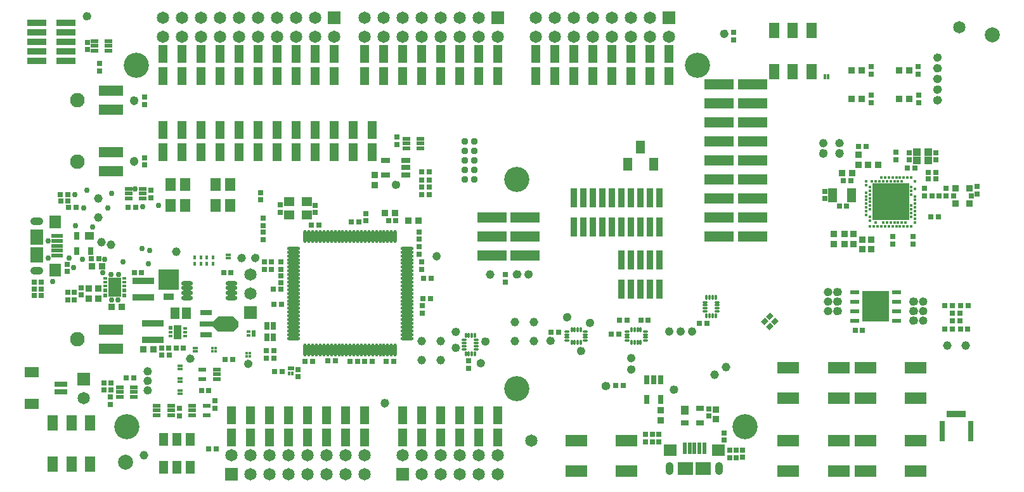
<source format=gts>
G04 Layer_Color=8388736*
%FSLAX24Y24*%
%MOIN*%
G70*
G01*
G75*
%ADD119C,0.0240*%
%ADD153C,0.0148*%
%ADD154R,0.1949X0.1949*%
%ADD155R,0.0217X0.0592*%
%ADD156R,0.0808X0.0670*%
%ADD157R,0.0690X0.0611*%
%ADD158R,0.0532X0.0690*%
%ADD159R,0.0296X0.0277*%
%ADD160C,0.0139*%
G04:AMPARAMS|DCode=161|XSize=27.7mil|YSize=29.6mil|CornerRadius=0mil|HoleSize=0mil|Usage=FLASHONLY|Rotation=315.000|XOffset=0mil|YOffset=0mil|HoleType=Round|Shape=Rectangle|*
%AMROTATEDRECTD161*
4,1,4,-0.0203,-0.0007,0.0007,0.0203,0.0203,0.0007,-0.0007,-0.0203,-0.0203,-0.0007,0.0*
%
%ADD161ROTATEDRECTD161*%

%ADD162R,0.0375X0.0355*%
%ADD163R,0.0257X0.0296*%
%ADD164C,0.0454*%
%ADD165R,0.0158X0.0202*%
%ADD166R,0.0611X0.0296*%
%ADD167R,0.0729X0.0296*%
%ADD168R,0.0414X0.0769*%
%ADD169R,0.0237X0.0158*%
%ADD170R,0.0237X0.0198*%
%ADD171R,0.0277X0.0296*%
%ADD172R,0.0414X0.0198*%
%ADD173R,0.0493X0.0611*%
%ADD174R,0.0355X0.0375*%
%ADD175R,0.0296X0.0257*%
%ADD176R,0.0375X0.0355*%
%ADD177R,0.0288X0.0257*%
%ADD178R,0.0316X0.0257*%
%ADD179R,0.0434X0.0395*%
%ADD180R,0.0217X0.0336*%
%ADD181R,0.0217X0.0158*%
%ADD182C,0.0370*%
%ADD183C,0.0787*%
%ADD184R,0.0592X0.0217*%
%ADD185R,0.0611X0.0690*%
%ADD186R,0.0670X0.0808*%
%ADD187O,0.0710X0.0178*%
%ADD188O,0.0178X0.0710*%
%ADD189R,0.0462X0.0922*%
%ADD190R,0.0532X0.0847*%
%ADD191R,0.1005X0.0359*%
%ADD192R,0.0359X0.1005*%
%ADD193R,0.0395X0.0296*%
%ADD194R,0.0395X0.0454*%
%ADD195R,0.0257X0.0316*%
%ADD196R,0.0198X0.0375*%
%ADD197R,0.0296X0.1084*%
%ADD198R,0.1143X0.0611*%
%ADD199R,0.0513X0.0237*%
%ADD200R,0.1399X0.1635*%
%ADD201O,0.0305X0.0136*%
%ADD202O,0.0136X0.0305*%
%ADD203C,0.0146*%
%ADD204R,0.1060X0.1111*%
%ADD205R,0.0560X0.0360*%
%ADD206R,0.0454X0.0690*%
%ADD207R,0.1560X0.0560*%
%ADD208R,0.1312X0.0560*%
%ADD209R,0.0532X0.0493*%
%ADD210R,0.0316X0.0395*%
%ADD211R,0.1123X0.0375*%
%ADD212R,0.0454X0.0296*%
%ADD213O,0.0611X0.0237*%
%ADD214R,0.0296X0.0395*%
%ADD215R,0.0454X0.0395*%
%ADD216R,0.0670X0.0296*%
%ADD217R,0.0769X0.0532*%
%ADD218R,0.0454X0.0769*%
%ADD219R,0.0360X0.0380*%
%ADD220R,0.0296X0.0454*%
%ADD221R,0.0336X0.0217*%
%ADD222R,0.0158X0.0217*%
%ADD223R,0.0232X0.0242*%
%ADD224R,0.0232X0.0154*%
%ADD225R,0.0690X0.1044*%
%ADD226O,0.0414X0.0690*%
%ADD227C,0.1320*%
%ADD228R,0.0651X0.0651*%
%ADD229C,0.0651*%
%ADD230O,0.0690X0.0414*%
%ADD231R,0.0651X0.0651*%
%ADD232C,0.0761*%
%ADD233C,0.0300*%
G36*
X11083Y8804D02*
X11088Y8803D01*
X11092Y8801D01*
X11096Y8798D01*
X11100Y8795D01*
X11356Y8539D01*
X11359Y8536D01*
X11361Y8532D01*
X11363Y8527D01*
X11364Y8523D01*
X11364Y8518D01*
Y8282D01*
X11364Y8277D01*
X11363Y8273D01*
X11361Y8268D01*
X11359Y8264D01*
X11356Y8261D01*
X11100Y8005D01*
X11096Y8002D01*
X11092Y7999D01*
X11088Y7997D01*
X11083Y7996D01*
X11078Y7996D01*
X10291D01*
X10286Y7996D01*
X10282Y7997D01*
X10277Y7999D01*
X10273Y8002D01*
X10270Y8005D01*
X10014Y8261D01*
X10011Y8264D01*
X10008Y8268D01*
X10006Y8273D01*
X10005Y8277D01*
X10005Y8282D01*
Y8518D01*
X10005Y8523D01*
X10006Y8527D01*
X10008Y8532D01*
X10011Y8536D01*
X10014Y8539D01*
X10270Y8795D01*
X10273Y8798D01*
X10277Y8801D01*
X10282Y8803D01*
X10286Y8804D01*
X10291Y8804D01*
X11078D01*
X11083Y8804D01*
D02*
G37*
D119*
X19741Y15710D02*
G03*
X19741Y15710I-110J0D01*
G01*
X26121Y11000D02*
G03*
X26121Y11000I-110J0D01*
G01*
X26099D02*
G03*
X26099Y11000I-110J0D01*
G01*
X43060Y17899D02*
G03*
X43060Y17899I-110J0D01*
G01*
X42210Y17899D02*
G03*
X42210Y17899I-110J0D01*
G01*
X43060Y17371D02*
G03*
X43060Y17371I-110J0D01*
G01*
Y17349D02*
G03*
X43060Y17349I-110J0D01*
G01*
X42210Y17371D02*
G03*
X42210Y17371I-110J0D01*
G01*
X42210Y17349D02*
G03*
X42210Y17349I-110J0D01*
G01*
X19160Y4241D02*
G03*
X19160Y4241I-110J0D01*
G01*
Y4219D02*
G03*
X19160Y4219I-110J0D01*
G01*
X37000Y23649D02*
G03*
X37000Y23649I-110J0D01*
G01*
X48224Y21837D02*
G03*
X48224Y21837I-110J0D01*
G01*
X48202D02*
G03*
X48202Y21837I-110J0D01*
G01*
X48224Y21277D02*
G03*
X48224Y21277I-110J0D01*
G01*
X48202D02*
G03*
X48202Y21277I-110J0D01*
G01*
X48224Y20717D02*
G03*
X48224Y20717I-110J0D01*
G01*
X48202D02*
G03*
X48202Y20717I-110J0D01*
G01*
X48224Y20157D02*
G03*
X48224Y20157I-110J0D01*
G01*
X48202D02*
G03*
X48202Y20157I-110J0D01*
G01*
X29471Y6970D02*
G03*
X29471Y6970I-110J0D01*
G01*
X28740Y8749D02*
G03*
X28740Y8749I-110J0D01*
G01*
X27870Y7509D02*
G03*
X27870Y7509I-110J0D01*
G01*
X24201Y6330D02*
G03*
X24201Y6330I-110J0D01*
G01*
X22890Y7979D02*
G03*
X22890Y7979I-110J0D01*
G01*
Y7139D02*
G03*
X22890Y7139I-110J0D01*
G01*
X11979Y6296D02*
G03*
X11979Y6296I-110J0D01*
G01*
X6692Y5900D02*
G03*
X6692Y5900I-110J0D01*
G01*
X26711Y11000D02*
G03*
X26711Y11000I-110J0D01*
G01*
X6691Y5400D02*
G03*
X6691Y5400I-110J0D01*
G01*
X6692Y4900D02*
G03*
X6692Y4900I-110J0D01*
G01*
X34110Y7999D02*
G03*
X34110Y7999I-110J0D01*
G01*
X34710D02*
G03*
X34710Y7999I-110J0D01*
G01*
X35310D02*
G03*
X35310Y7999I-110J0D01*
G01*
X32111Y6000D02*
G03*
X32111Y6000I-110J0D01*
G01*
X3501Y24570D02*
G03*
X3501Y24570I-110J0D01*
G01*
X5980Y16928D02*
G03*
X5980Y16928I-110J0D01*
G01*
Y16950D02*
G03*
X5980Y16950I-110J0D01*
G01*
X21881Y11951D02*
G03*
X21881Y11951I-110J0D01*
G01*
X24450Y7471D02*
G03*
X24450Y7471I-110J0D01*
G01*
X5980Y20141D02*
G03*
X5980Y20141I-110J0D01*
G01*
Y20119D02*
G03*
X5980Y20119I-110J0D01*
G01*
X34360Y4941D02*
G03*
X34360Y4941I-110J0D01*
G01*
X12350Y11861D02*
G03*
X12350Y11861I-110J0D01*
G01*
X11630D02*
G03*
X11630Y11861I-110J0D01*
G01*
X32109Y6600D02*
G03*
X32109Y6600I-110J0D01*
G01*
X29939Y8450D02*
G03*
X29939Y8450I-110J0D01*
G01*
X48212Y22397D02*
G03*
X48212Y22397I-110J0D01*
G01*
X30791Y5130D02*
G03*
X30791Y5130I-110J0D01*
G01*
X30769Y5130D02*
G03*
X30769Y5130I-110J0D01*
G01*
X8929Y6567D02*
G03*
X8929Y6567I-110J0D01*
G01*
X47459Y8570D02*
G03*
X47459Y8570I-110J0D01*
G01*
Y9070D02*
G03*
X47459Y9070I-110J0D01*
G01*
Y9570D02*
G03*
X47459Y9570I-110J0D01*
G01*
X46971D02*
G03*
X46971Y9570I-110J0D01*
G01*
X46949Y9570D02*
G03*
X46949Y9570I-110J0D01*
G01*
X46971Y9070D02*
G03*
X46971Y9070I-110J0D01*
G01*
X46949D02*
G03*
X46949Y9070I-110J0D01*
G01*
X46971Y8570D02*
G03*
X46971Y8570I-110J0D01*
G01*
X46949D02*
G03*
X46949Y8570I-110J0D01*
G01*
X42461Y10070D02*
G03*
X42461Y10070I-110J0D01*
G01*
Y9570D02*
G03*
X42461Y9570I-110J0D01*
G01*
Y9070D02*
G03*
X42461Y9070I-110J0D01*
G01*
X42949Y10070D02*
G03*
X42949Y10070I-110J0D01*
G01*
X42971D02*
G03*
X42971Y10070I-110J0D01*
G01*
X42949Y9570D02*
G03*
X42949Y9570I-110J0D01*
G01*
X42971D02*
G03*
X42971Y9570I-110J0D01*
G01*
Y9070D02*
G03*
X42971Y9070I-110J0D01*
G01*
X42949Y9070D02*
G03*
X42949Y9070I-110J0D01*
G01*
D153*
X46526Y16090D02*
D03*
X45148D02*
D03*
X45345D02*
D03*
X45542D02*
D03*
X45738D02*
D03*
X45935D02*
D03*
X46132D02*
D03*
X46329D02*
D03*
X46723D02*
D03*
X44360Y15893D02*
D03*
X44656D02*
D03*
X44853D02*
D03*
X45049D02*
D03*
X45246D02*
D03*
X45443D02*
D03*
X45640D02*
D03*
X45837D02*
D03*
X46034D02*
D03*
X46231D02*
D03*
X46920D02*
D03*
X46723Y15597D02*
D03*
X44360Y15696D02*
D03*
X44557Y15597D02*
D03*
X46920Y15499D02*
D03*
X44557Y15401D02*
D03*
X46723D02*
D03*
X44360Y15302D02*
D03*
X44557Y15204D02*
D03*
X46723D02*
D03*
X44360Y15105D02*
D03*
X46920D02*
D03*
X44557Y15007D02*
D03*
X44360Y14908D02*
D03*
X46920D02*
D03*
X44557Y14810D02*
D03*
X44360Y14712D02*
D03*
X46920D02*
D03*
X44557Y14613D02*
D03*
X46723D02*
D03*
X44360Y14515D02*
D03*
X46920D02*
D03*
X44557Y14416D02*
D03*
X46723D02*
D03*
X44360Y14318D02*
D03*
X46920D02*
D03*
X46723Y14219D02*
D03*
X44360Y14121D02*
D03*
X46920D02*
D03*
X44557Y14023D02*
D03*
X46723D02*
D03*
X46920Y13924D02*
D03*
X44557Y13826D02*
D03*
X44853Y13727D02*
D03*
X45246D02*
D03*
X45443D02*
D03*
X45640D02*
D03*
X45837D02*
D03*
X46034D02*
D03*
X46231D02*
D03*
X46427D02*
D03*
X46920D02*
D03*
X44557Y13530D02*
D03*
X44754D02*
D03*
X44951D02*
D03*
X45148D02*
D03*
X45345D02*
D03*
X45542D02*
D03*
X45738D02*
D03*
X45935D02*
D03*
X46132D02*
D03*
X46329D02*
D03*
X46526D02*
D03*
X46723D02*
D03*
D154*
X45640Y14810D02*
D03*
D155*
X35326Y1854D02*
D03*
X35071D02*
D03*
X34815D02*
D03*
X35582D02*
D03*
X35838D02*
D03*
D156*
X34854Y800D02*
D03*
X35799D02*
D03*
D157*
X36586Y1765D02*
D03*
X34067D02*
D03*
D158*
X10925Y15711D02*
D03*
X10137D02*
D03*
X8563D02*
D03*
X10925Y14609D02*
D03*
X10137D02*
D03*
X7775D02*
D03*
X8563D02*
D03*
X7775Y15711D02*
D03*
D159*
X31787Y8580D02*
D03*
X31393D02*
D03*
X8073Y7120D02*
D03*
X8467Y7120D02*
D03*
X7697Y7120D02*
D03*
X7303D02*
D03*
X21377Y15600D02*
D03*
X20983D02*
D03*
X17627Y6440D02*
D03*
X17233D02*
D03*
X49705Y9370D02*
D03*
X49312D02*
D03*
X21483Y10800D02*
D03*
X21089D02*
D03*
X21377Y16390D02*
D03*
X20983D02*
D03*
X32503Y8580D02*
D03*
X32897D02*
D03*
X9783Y1820D02*
D03*
X10177D02*
D03*
X31587Y5150D02*
D03*
X31193Y5150D02*
D03*
X48885Y9370D02*
D03*
X48492D02*
D03*
X5563Y14540D02*
D03*
X5957D02*
D03*
X10653Y6540D02*
D03*
X11047Y6540D02*
D03*
X5453Y5570D02*
D03*
X5847D02*
D03*
X18387Y6440D02*
D03*
X17993D02*
D03*
X21377Y15960D02*
D03*
X20983D02*
D03*
X21377Y15180D02*
D03*
X20983D02*
D03*
X13637Y5880D02*
D03*
X13243D02*
D03*
X995Y10590D02*
D03*
X602D02*
D03*
D160*
X19507Y15710D02*
D03*
X19753D02*
D03*
X26133Y11000D02*
D03*
X25867D02*
D03*
X42950Y18023D02*
D03*
X42950Y17777D02*
D03*
X42100Y18023D02*
D03*
X42100Y17777D02*
D03*
X42950Y17493D02*
D03*
X42950Y17227D02*
D03*
X42100Y17493D02*
D03*
X42100Y17227D02*
D03*
X19050Y4363D02*
D03*
Y4097D02*
D03*
X36890Y23527D02*
D03*
X36890Y23773D02*
D03*
X48236Y21837D02*
D03*
X47970D02*
D03*
X48236Y21277D02*
D03*
X47970D02*
D03*
X48236Y20717D02*
D03*
X47970D02*
D03*
X48236Y20157D02*
D03*
X47970D02*
D03*
X29483Y6970D02*
D03*
X29237D02*
D03*
X28630Y8873D02*
D03*
Y8627D02*
D03*
X27760Y7633D02*
D03*
Y7387D02*
D03*
X24213Y6330D02*
D03*
X23967D02*
D03*
X22780Y8103D02*
D03*
Y7857D02*
D03*
Y7263D02*
D03*
Y7017D02*
D03*
X11991Y6296D02*
D03*
X11745Y6296D02*
D03*
X6704Y5900D02*
D03*
X6458D02*
D03*
X26477Y11000D02*
D03*
X26723D02*
D03*
X6703Y5400D02*
D03*
X6457D02*
D03*
X6704Y4900D02*
D03*
X6458D02*
D03*
X34000Y7877D02*
D03*
Y8123D02*
D03*
X34600Y7877D02*
D03*
Y8123D02*
D03*
X35200Y7877D02*
D03*
Y8123D02*
D03*
X32123Y6000D02*
D03*
X31877D02*
D03*
X3513Y24570D02*
D03*
X3267D02*
D03*
X5870Y16806D02*
D03*
Y17072D02*
D03*
X21771Y12073D02*
D03*
Y11827D02*
D03*
X24340Y7593D02*
D03*
Y7347D02*
D03*
X5870Y20263D02*
D03*
Y19997D02*
D03*
X34250Y4817D02*
D03*
Y5063D02*
D03*
X12240Y11737D02*
D03*
Y11983D02*
D03*
X11520Y11737D02*
D03*
Y11983D02*
D03*
X31877Y6600D02*
D03*
X32123D02*
D03*
X29707Y8450D02*
D03*
X29953D02*
D03*
X48226Y22397D02*
D03*
X47980D02*
D03*
X30803Y5130D02*
D03*
X30537Y5130D02*
D03*
X8943Y6567D02*
D03*
X8697D02*
D03*
X47473Y8570D02*
D03*
X47227Y8570D02*
D03*
X47473Y9070D02*
D03*
X47227D02*
D03*
X47473Y9570D02*
D03*
X47227D02*
D03*
X46983D02*
D03*
X46717Y9570D02*
D03*
X46983Y9070D02*
D03*
X46717D02*
D03*
X46983Y8570D02*
D03*
X46717D02*
D03*
X42473Y10070D02*
D03*
X42227D02*
D03*
X42473Y9570D02*
D03*
X42227D02*
D03*
X42473Y9070D02*
D03*
X42227D02*
D03*
X42983Y10070D02*
D03*
X42717D02*
D03*
X42983Y9570D02*
D03*
X42717D02*
D03*
X42983Y9070D02*
D03*
X42717Y9070D02*
D03*
D161*
X39271Y8260D02*
D03*
X39550Y8539D02*
D03*
X39017Y8515D02*
D03*
X39295Y8793D02*
D03*
D162*
X33560Y3856D02*
D03*
Y3324D02*
D03*
X43681Y13127D02*
D03*
Y12595D02*
D03*
X43967Y16769D02*
D03*
Y17300D02*
D03*
X42667Y13127D02*
D03*
Y12595D02*
D03*
X36466Y3375D02*
D03*
Y3906D02*
D03*
X43219Y13127D02*
D03*
Y12595D02*
D03*
X44144Y12841D02*
D03*
Y12310D02*
D03*
X44607Y12841D02*
D03*
Y12310D02*
D03*
X18530Y15694D02*
D03*
Y16226D02*
D03*
X3500Y9724D02*
D03*
Y10256D02*
D03*
X3970Y9724D02*
D03*
Y10256D02*
D03*
D163*
X32765Y2582D02*
D03*
Y2188D02*
D03*
X50187Y15631D02*
D03*
Y15238D02*
D03*
X45906Y17408D02*
D03*
Y17015D02*
D03*
X46831Y12989D02*
D03*
Y12595D02*
D03*
X48018Y17407D02*
D03*
Y17013D02*
D03*
X45738Y12989D02*
D03*
Y12595D02*
D03*
X46618Y17407D02*
D03*
Y17013D02*
D03*
X47432Y15509D02*
D03*
Y15115D02*
D03*
X13596Y10937D02*
D03*
Y10543D02*
D03*
X12726Y11657D02*
D03*
Y11263D02*
D03*
X13596Y11657D02*
D03*
Y11263D02*
D03*
X13566Y14667D02*
D03*
Y14273D02*
D03*
X23460Y6457D02*
D03*
Y6063D02*
D03*
X36076Y3543D02*
D03*
Y3937D02*
D03*
X37513Y1768D02*
D03*
Y1374D02*
D03*
X8250Y3573D02*
D03*
Y3967D02*
D03*
X10120Y4367D02*
D03*
Y3973D02*
D03*
X33463Y2587D02*
D03*
Y2193D02*
D03*
X15386Y14637D02*
D03*
Y14243D02*
D03*
X20836Y12467D02*
D03*
Y12073D02*
D03*
X20986Y11667D02*
D03*
Y11273D02*
D03*
X21016Y9357D02*
D03*
Y8963D02*
D03*
X18056Y14207D02*
D03*
Y13813D02*
D03*
X42184Y15374D02*
D03*
Y14980D02*
D03*
X48550Y15115D02*
D03*
Y15509D02*
D03*
X2380Y9663D02*
D03*
Y10057D02*
D03*
D164*
X36387Y5734D02*
D03*
X36990Y6131D02*
D03*
X48614Y7260D02*
D03*
X21000Y7500D02*
D03*
X22000Y6500D02*
D03*
X21000D02*
D03*
X26900Y8500D02*
D03*
Y7500D02*
D03*
X25900Y8500D02*
D03*
X25900Y7500D02*
D03*
X4000Y15000D02*
D03*
Y14000D02*
D03*
X4160Y12700D02*
D03*
X4660Y12559D02*
D03*
X24600Y11000D02*
D03*
X22000Y7500D02*
D03*
X49571Y7260D02*
D03*
X8090Y12180D02*
D03*
X6380Y1500D02*
D03*
D165*
X10010Y11884D02*
D03*
Y11553D02*
D03*
X9370Y11884D02*
D03*
Y11553D02*
D03*
X9690Y11884D02*
D03*
Y11553D02*
D03*
X9050Y11884D02*
D03*
Y11553D02*
D03*
D166*
X9641Y8991D02*
D03*
Y7809D02*
D03*
D167*
X9700Y8400D02*
D03*
D168*
X8160Y7960D02*
D03*
D169*
X8544Y8157D02*
D03*
Y7960D02*
D03*
Y7763D02*
D03*
X7776D02*
D03*
Y7960D02*
D03*
D170*
Y8177D02*
D03*
D171*
X6430Y20327D02*
D03*
Y19933D02*
D03*
X4630Y4557D02*
D03*
Y4163D02*
D03*
X25400Y10997D02*
D03*
Y10603D02*
D03*
X4050Y22087D02*
D03*
Y21693D02*
D03*
X13076Y11657D02*
D03*
Y11263D02*
D03*
X12660Y13214D02*
D03*
Y12820D02*
D03*
X12520Y15307D02*
D03*
Y14913D02*
D03*
X6740Y15427D02*
D03*
Y15033D02*
D03*
X48900Y8947D02*
D03*
Y8553D02*
D03*
X49290Y8947D02*
D03*
Y8553D02*
D03*
X44608Y21934D02*
D03*
Y21540D02*
D03*
X47098Y21934D02*
D03*
Y21540D02*
D03*
X44608Y20434D02*
D03*
Y20040D02*
D03*
X47118Y20434D02*
D03*
Y20040D02*
D03*
X37173Y1768D02*
D03*
Y1374D02*
D03*
X4289Y5307D02*
D03*
X4289Y4913D02*
D03*
X6430Y17136D02*
D03*
Y16742D02*
D03*
X4639Y5307D02*
D03*
Y4913D02*
D03*
X20836Y13237D02*
D03*
Y12843D02*
D03*
X12660Y13956D02*
D03*
Y13563D02*
D03*
X13203Y6987D02*
D03*
Y6593D02*
D03*
X12829Y6987D02*
D03*
Y6593D02*
D03*
X3410Y23207D02*
D03*
Y22813D02*
D03*
X37400Y23323D02*
D03*
Y23717D02*
D03*
X19683Y18217D02*
D03*
Y17823D02*
D03*
X14500Y5613D02*
D03*
Y6007D02*
D03*
X3090Y9913D02*
D03*
Y10307D02*
D03*
X2730Y10047D02*
D03*
Y9653D02*
D03*
D172*
X5854Y4810D02*
D03*
X5854Y5066D02*
D03*
Y4554D02*
D03*
X5106Y4554D02*
D03*
Y5066D02*
D03*
Y4810D02*
D03*
X8926Y4106D02*
D03*
Y3850D02*
D03*
Y3594D02*
D03*
X9674D02*
D03*
Y4106D02*
D03*
X7056Y4106D02*
D03*
Y3850D02*
D03*
Y3594D02*
D03*
X7804D02*
D03*
X7804Y3850D02*
D03*
X7804Y4106D02*
D03*
X5576Y15250D02*
D03*
Y14994D02*
D03*
Y15506D02*
D03*
X6324Y15250D02*
D03*
X6324Y14994D02*
D03*
Y15506D02*
D03*
X10204Y5494D02*
D03*
Y5750D02*
D03*
Y6006D02*
D03*
X9456D02*
D03*
Y5494D02*
D03*
X4534Y22754D02*
D03*
Y23010D02*
D03*
Y23266D02*
D03*
X3786D02*
D03*
Y23010D02*
D03*
Y22754D02*
D03*
X20927Y17624D02*
D03*
Y17880D02*
D03*
Y18136D02*
D03*
X20179D02*
D03*
X20179Y17880D02*
D03*
X20179Y17624D02*
D03*
D173*
X8605Y8970D02*
D03*
X8015D02*
D03*
D174*
X6886Y7070D02*
D03*
X6354Y7070D02*
D03*
X4192Y11440D02*
D03*
X3660D02*
D03*
X20816Y13810D02*
D03*
X20284D02*
D03*
X43622Y16317D02*
D03*
X43091D02*
D03*
X44981Y16769D02*
D03*
X44449D02*
D03*
X19592Y14230D02*
D03*
X19060D02*
D03*
X4694Y9280D02*
D03*
X5226D02*
D03*
D175*
X7707Y6760D02*
D03*
X7313D02*
D03*
X46910Y16601D02*
D03*
X46516D02*
D03*
X43331Y14587D02*
D03*
X42937D02*
D03*
X48002Y16355D02*
D03*
X47608D02*
D03*
X43538Y15927D02*
D03*
X43144D02*
D03*
X48160Y14023D02*
D03*
X47766D02*
D03*
X48002Y16011D02*
D03*
X47608D02*
D03*
X49697Y8137D02*
D03*
X49303D02*
D03*
X48877D02*
D03*
X48483D02*
D03*
X4013Y11840D02*
D03*
X3619D02*
D03*
X13613Y9420D02*
D03*
X13219D02*
D03*
X21443Y9740D02*
D03*
X21049D02*
D03*
X19527Y6430D02*
D03*
X19133D02*
D03*
X15253Y6440D02*
D03*
X14859D02*
D03*
X43773Y8050D02*
D03*
X44167D02*
D03*
X9797Y4880D02*
D03*
X9403D02*
D03*
X1999Y15197D02*
D03*
X2393D02*
D03*
X2817Y14520D02*
D03*
X2423D02*
D03*
X30953Y7860D02*
D03*
X31347D02*
D03*
X28187Y7950D02*
D03*
X27793D02*
D03*
X35593Y8430D02*
D03*
X35987D02*
D03*
X10573Y11100D02*
D03*
X10967D02*
D03*
X15573Y13580D02*
D03*
X15179D02*
D03*
X19633Y13830D02*
D03*
X19239D02*
D03*
X17693Y13750D02*
D03*
X17299D02*
D03*
X16437Y6450D02*
D03*
X16043D02*
D03*
X13583Y10220D02*
D03*
X13189D02*
D03*
X5873Y11100D02*
D03*
X6267D02*
D03*
X995Y10240D02*
D03*
X602D02*
D03*
D176*
X49043Y14711D02*
D03*
Y15518D02*
D03*
X49791D02*
D03*
Y14711D02*
D03*
D177*
X48960Y15115D02*
D03*
X49873D02*
D03*
D178*
X44341Y17714D02*
D03*
X43967D02*
D03*
X48179Y15112D02*
D03*
X47805D02*
D03*
X2386Y14856D02*
D03*
X2012D02*
D03*
X609Y9897D02*
D03*
X983D02*
D03*
D179*
X47603Y16983D02*
D03*
Y17436D02*
D03*
X47032D02*
D03*
Y16983D02*
D03*
D180*
X12148Y7890D02*
D03*
D181*
X11872Y7979D02*
D03*
Y7801D02*
D03*
D182*
X23750Y18000D02*
D03*
Y17500D02*
D03*
Y17000D02*
D03*
X23250Y18000D02*
D03*
X23750Y16500D02*
D03*
Y16000D02*
D03*
X23250Y17500D02*
D03*
Y17000D02*
D03*
Y16500D02*
D03*
Y16000D02*
D03*
D183*
X5411Y1120D02*
D03*
X50973Y23600D02*
D03*
D184*
X1818Y13012D02*
D03*
Y12500D02*
D03*
Y12756D02*
D03*
Y11988D02*
D03*
Y12244D02*
D03*
D185*
X1730Y13760D02*
D03*
Y11240D02*
D03*
D186*
X765Y12972D02*
D03*
Y12028D02*
D03*
D187*
X20208Y11575D02*
D03*
Y11772D02*
D03*
Y11181D02*
D03*
Y11378D02*
D03*
Y12362D02*
D03*
Y11968D02*
D03*
Y12165D02*
D03*
Y10197D02*
D03*
Y10394D02*
D03*
Y9803D02*
D03*
Y10000D02*
D03*
Y10787D02*
D03*
Y10984D02*
D03*
Y10591D02*
D03*
Y9409D02*
D03*
Y9606D02*
D03*
Y9016D02*
D03*
Y9213D02*
D03*
Y8819D02*
D03*
Y8425D02*
D03*
Y8622D02*
D03*
Y8031D02*
D03*
Y8228D02*
D03*
Y7638D02*
D03*
Y7835D02*
D03*
X14244Y12362D02*
D03*
Y11181D02*
D03*
Y11378D02*
D03*
Y10787D02*
D03*
Y10984D02*
D03*
Y11968D02*
D03*
Y12165D02*
D03*
Y11575D02*
D03*
Y11772D02*
D03*
Y9803D02*
D03*
Y10000D02*
D03*
Y9409D02*
D03*
Y9606D02*
D03*
Y10394D02*
D03*
Y10591D02*
D03*
Y10197D02*
D03*
Y8622D02*
D03*
Y9213D02*
D03*
Y8819D02*
D03*
Y9016D02*
D03*
Y8228D02*
D03*
Y8425D02*
D03*
Y7835D02*
D03*
Y8031D02*
D03*
Y7638D02*
D03*
D188*
X19588Y12982D02*
D03*
X18998D02*
D03*
X18801D02*
D03*
X19391D02*
D03*
X19195D02*
D03*
X18210D02*
D03*
X18013D02*
D03*
X18604D02*
D03*
X18407D02*
D03*
X17817D02*
D03*
X17620D02*
D03*
X17423D02*
D03*
X17226D02*
D03*
X17029D02*
D03*
X19588Y7018D02*
D03*
X17620D02*
D03*
X17423D02*
D03*
X18013D02*
D03*
X17817D02*
D03*
X17029D02*
D03*
X16832D02*
D03*
X17226D02*
D03*
X18998D02*
D03*
X18801D02*
D03*
X19391D02*
D03*
X19195D02*
D03*
X18407D02*
D03*
X18210D02*
D03*
X18604D02*
D03*
X16439Y12982D02*
D03*
X16242D02*
D03*
X16832D02*
D03*
X16636D02*
D03*
X15061D02*
D03*
X16045D02*
D03*
X15848D02*
D03*
X15258D02*
D03*
X14864D02*
D03*
X15651D02*
D03*
X15454D02*
D03*
X16242Y7018D02*
D03*
X16045D02*
D03*
X16636D02*
D03*
X16439D02*
D03*
X15454D02*
D03*
X15258D02*
D03*
X15848D02*
D03*
X15651D02*
D03*
X15061D02*
D03*
X14864D02*
D03*
D189*
X16400Y22577D02*
D03*
X13400D02*
D03*
X12400D02*
D03*
X15400D02*
D03*
X14400D02*
D03*
X16400Y21423D02*
D03*
X15400D02*
D03*
X12400D02*
D03*
X14400Y21423D02*
D03*
X13400D02*
D03*
X10400Y22577D02*
D03*
X11400D02*
D03*
X9400D02*
D03*
X8400D02*
D03*
X7400D02*
D03*
X11400Y21423D02*
D03*
X10400D02*
D03*
X9400D02*
D03*
X8400Y21423D02*
D03*
X7400D02*
D03*
X25000Y22577D02*
D03*
X23000D02*
D03*
X22000D02*
D03*
X24000D02*
D03*
X25000Y21423D02*
D03*
X23000D02*
D03*
X22000D02*
D03*
X24000D02*
D03*
X19000Y22577D02*
D03*
X18000D02*
D03*
X21000D02*
D03*
X20000D02*
D03*
X20000Y21423D02*
D03*
X21000Y21423D02*
D03*
X19000D02*
D03*
X18000D02*
D03*
X34000Y22577D02*
D03*
X32000D02*
D03*
X31000D02*
D03*
X33000D02*
D03*
X34000Y21423D02*
D03*
X32000D02*
D03*
X31000D02*
D03*
X33000D02*
D03*
X28000Y22577D02*
D03*
X27000D02*
D03*
X30000D02*
D03*
X29000D02*
D03*
X29000Y21423D02*
D03*
X30000Y21423D02*
D03*
X28000D02*
D03*
X27000D02*
D03*
X18000Y3577D02*
D03*
X17000D02*
D03*
X16000Y3577D02*
D03*
X13000Y3577D02*
D03*
X12000D02*
D03*
X15000D02*
D03*
X14000D02*
D03*
X18000Y2423D02*
D03*
X17000D02*
D03*
X16000D02*
D03*
X14000D02*
D03*
X13000D02*
D03*
X15000D02*
D03*
X11000Y3577D02*
D03*
X12000Y2423D02*
D03*
X11000D02*
D03*
X25000Y3577D02*
D03*
X24000D02*
D03*
X22000D02*
D03*
X21000D02*
D03*
X23000D02*
D03*
X25000Y2423D02*
D03*
X24000D02*
D03*
X22000D02*
D03*
X21000D02*
D03*
X23000D02*
D03*
X20000Y3577D02*
D03*
Y2423D02*
D03*
X17400Y18577D02*
D03*
X16400D02*
D03*
X18400D02*
D03*
X13400D02*
D03*
X12400D02*
D03*
X15400D02*
D03*
X14400D02*
D03*
X16400Y17423D02*
D03*
X15400D02*
D03*
X18400D02*
D03*
X17400D02*
D03*
X12400D02*
D03*
X11400D02*
D03*
X14400D02*
D03*
X13400D02*
D03*
X10400Y18577D02*
D03*
X9400D02*
D03*
X11400D02*
D03*
X8400D02*
D03*
X7400D02*
D03*
X9400Y17423D02*
D03*
X10400D02*
D03*
X7400D02*
D03*
X8400D02*
D03*
D190*
X3554Y3193D02*
D03*
X1586D02*
D03*
X2570D02*
D03*
Y1027D02*
D03*
X1586D02*
D03*
X3554D02*
D03*
X39506Y23813D02*
D03*
X41474D02*
D03*
X40490D02*
D03*
Y21647D02*
D03*
X41474D02*
D03*
X39506D02*
D03*
D191*
X2298Y22740D02*
D03*
Y23240D02*
D03*
Y24240D02*
D03*
Y23740D02*
D03*
Y22240D02*
D03*
X762Y24240D02*
D03*
Y23740D02*
D03*
Y23240D02*
D03*
Y22740D02*
D03*
Y22240D02*
D03*
D192*
X33500Y15018D02*
D03*
X33000D02*
D03*
X32000D02*
D03*
X31500D02*
D03*
X32500D02*
D03*
X33500Y13482D02*
D03*
X33000D02*
D03*
X32000D02*
D03*
X31500D02*
D03*
X32500D02*
D03*
X31000Y15018D02*
D03*
Y13482D02*
D03*
X30500Y15018D02*
D03*
X29500D02*
D03*
X29000D02*
D03*
X30000D02*
D03*
X30500Y13482D02*
D03*
X30000D02*
D03*
X29000D02*
D03*
X29500D02*
D03*
X33500Y11768D02*
D03*
X33000D02*
D03*
X33500Y10232D02*
D03*
X32500D02*
D03*
X33000D02*
D03*
X32500Y11768D02*
D03*
X31500D02*
D03*
X32000D02*
D03*
Y10232D02*
D03*
X31500D02*
D03*
D193*
X35611Y3945D02*
D03*
Y3197D02*
D03*
X34804D02*
D03*
D194*
Y3866D02*
D03*
D195*
X33113Y2577D02*
D03*
Y2203D02*
D03*
X36886Y2657D02*
D03*
Y2283D02*
D03*
X37843Y1758D02*
D03*
Y1384D02*
D03*
X2336Y11143D02*
D03*
Y11517D02*
D03*
D196*
X49487Y3673D02*
D03*
X48897D02*
D03*
X49290D02*
D03*
X49094D02*
D03*
X48700D02*
D03*
D197*
X49842Y2767D02*
D03*
X48346D02*
D03*
D198*
X31759Y2245D02*
D03*
Y670D02*
D03*
X29101Y2245D02*
D03*
Y670D02*
D03*
X42924Y2245D02*
D03*
Y670D02*
D03*
X40267Y2245D02*
D03*
Y670D02*
D03*
X46964Y2245D02*
D03*
Y670D02*
D03*
X44307Y2245D02*
D03*
Y670D02*
D03*
X46964Y6075D02*
D03*
Y4500D02*
D03*
X44307D02*
D03*
Y6075D02*
D03*
X42924D02*
D03*
Y4500D02*
D03*
X40267D02*
D03*
Y6075D02*
D03*
D199*
X45941Y8570D02*
D03*
Y9070D02*
D03*
Y9570D02*
D03*
Y10070D02*
D03*
X43759Y8570D02*
D03*
Y9070D02*
D03*
Y9570D02*
D03*
Y10070D02*
D03*
D200*
X44850Y9320D02*
D03*
D201*
X29592Y7996D02*
D03*
Y7681D02*
D03*
Y7839D02*
D03*
Y7524D02*
D03*
X28628D02*
D03*
Y7996D02*
D03*
Y7681D02*
D03*
Y7839D02*
D03*
X31778D02*
D03*
Y7996D02*
D03*
Y7681D02*
D03*
X32742Y7839D02*
D03*
Y7996D02*
D03*
Y7681D02*
D03*
Y7524D02*
D03*
X31778D02*
D03*
X23865Y7546D02*
D03*
Y7389D02*
D03*
Y7074D02*
D03*
Y7231D02*
D03*
X23215Y7546D02*
D03*
X23215Y7231D02*
D03*
X23215Y7389D02*
D03*
Y7074D02*
D03*
X35875Y9064D02*
D03*
Y9379D02*
D03*
Y9221D02*
D03*
Y9536D02*
D03*
X36525Y9221D02*
D03*
Y9064D02*
D03*
Y9379D02*
D03*
X36525Y9536D02*
D03*
D202*
X29189Y8085D02*
D03*
X29346D02*
D03*
X29031D02*
D03*
X29189Y7435D02*
D03*
X29346D02*
D03*
X29031D02*
D03*
X28874D02*
D03*
Y8085D02*
D03*
X32024D02*
D03*
X32339D02*
D03*
X32181D02*
D03*
X32496D02*
D03*
X32181Y7435D02*
D03*
X32024D02*
D03*
X32339D02*
D03*
X32496Y7435D02*
D03*
X23619Y7792D02*
D03*
X23776Y7792D02*
D03*
X23461Y7792D02*
D03*
X23776Y6828D02*
D03*
X23619D02*
D03*
X23461D02*
D03*
X23304Y7792D02*
D03*
Y6828D02*
D03*
X36121Y8818D02*
D03*
X35964D02*
D03*
X36279D02*
D03*
X36121Y9782D02*
D03*
X35964D02*
D03*
X36279D02*
D03*
X36436D02*
D03*
Y8818D02*
D03*
D203*
X8201Y6179D02*
D03*
X8359D02*
D03*
X8201Y6021D02*
D03*
X8359D02*
D03*
X8201Y5529D02*
D03*
X8359D02*
D03*
X8201Y5371D02*
D03*
X8359D02*
D03*
X8201Y4879D02*
D03*
X8359D02*
D03*
X8201Y4721D02*
D03*
X8359D02*
D03*
X11937Y6687D02*
D03*
X11779D02*
D03*
X11937Y6845D02*
D03*
X11779D02*
D03*
X10149Y6961D02*
D03*
X9991D02*
D03*
X10149Y7119D02*
D03*
X9991D02*
D03*
X9159Y6961D02*
D03*
X9001D02*
D03*
X9159Y7119D02*
D03*
X9001D02*
D03*
X42349Y21311D02*
D03*
X42191D02*
D03*
X42349Y21469D02*
D03*
X42191D02*
D03*
X10899Y12029D02*
D03*
Y11871D02*
D03*
X10741Y12029D02*
D03*
Y11871D02*
D03*
D204*
X7680Y10736D02*
D03*
D205*
Y9810D02*
D03*
D206*
X8809Y872D02*
D03*
X8120Y872D02*
D03*
X7431Y872D02*
D03*
Y2328D02*
D03*
X8120Y2328D02*
D03*
X8809Y2328D02*
D03*
X32500Y17703D02*
D03*
X31811Y16797D02*
D03*
X33189D02*
D03*
D207*
X38375Y18000D02*
D03*
Y19000D02*
D03*
Y17000D02*
D03*
Y21000D02*
D03*
Y20000D02*
D03*
Y15000D02*
D03*
Y16000D02*
D03*
Y14000D02*
D03*
Y13000D02*
D03*
X36625Y18000D02*
D03*
Y19000D02*
D03*
Y17000D02*
D03*
Y21000D02*
D03*
Y20000D02*
D03*
Y16000D02*
D03*
Y15000D02*
D03*
Y14000D02*
D03*
Y13000D02*
D03*
X26425D02*
D03*
Y14000D02*
D03*
Y12000D02*
D03*
X24675Y14000D02*
D03*
Y13000D02*
D03*
Y12000D02*
D03*
D208*
X4650Y8090D02*
D03*
Y7090D02*
D03*
Y17429D02*
D03*
Y16429D02*
D03*
Y20657D02*
D03*
Y19657D02*
D03*
D209*
X14946Y14109D02*
D03*
Y14811D02*
D03*
X14006Y14109D02*
D03*
Y14811D02*
D03*
D210*
X13183Y8275D02*
D03*
Y7705D02*
D03*
X12849D02*
D03*
Y8275D02*
D03*
D211*
X6850Y7547D02*
D03*
Y8413D02*
D03*
X6340Y9777D02*
D03*
Y10643D02*
D03*
D212*
X19099Y16236D02*
D03*
Y16984D02*
D03*
X20161D02*
D03*
X20161Y16610D02*
D03*
X20161Y16236D02*
D03*
D213*
X10981Y10278D02*
D03*
Y10534D02*
D03*
Y10022D02*
D03*
Y9766D02*
D03*
X8659Y10278D02*
D03*
Y10534D02*
D03*
Y10022D02*
D03*
Y9766D02*
D03*
D214*
X3600Y12226D02*
D03*
X2852D02*
D03*
Y13034D02*
D03*
D215*
X3521D02*
D03*
D216*
X2010Y5227D02*
D03*
Y4833D02*
D03*
D217*
X484Y5857D02*
D03*
Y4203D02*
D03*
D218*
X42592Y15167D02*
D03*
X43576D02*
D03*
D219*
X43583Y21727D02*
D03*
X44133D02*
D03*
X46083D02*
D03*
X46633D02*
D03*
X43583Y20227D02*
D03*
X44133D02*
D03*
X46083D02*
D03*
X46633D02*
D03*
D220*
X33564Y4408D02*
D03*
X32816D02*
D03*
Y5472D02*
D03*
X33190Y5471D02*
D03*
X33564Y5472D02*
D03*
D221*
X14110Y6058D02*
D03*
D222*
X14021Y5782D02*
D03*
X14199D02*
D03*
D223*
X4360Y10143D02*
D03*
X4360Y9887D02*
D03*
X5360Y10143D02*
D03*
X5360Y9887D02*
D03*
D224*
X4360Y10399D02*
D03*
Y10596D02*
D03*
Y10793D02*
D03*
X5360Y10399D02*
D03*
Y10793D02*
D03*
Y10596D02*
D03*
D225*
X4860Y10340D02*
D03*
D226*
X36626Y800D02*
D03*
X34027D02*
D03*
D227*
X26000Y5000D02*
D03*
Y16000D02*
D03*
X5500Y3000D02*
D03*
X6000Y22000D02*
D03*
X38000Y3000D02*
D03*
X35500Y22000D02*
D03*
D228*
X12000Y9000D02*
D03*
X3220Y5490D02*
D03*
D229*
X12000Y10000D02*
D03*
Y11000D02*
D03*
X26750Y2250D02*
D03*
X49250Y24000D02*
D03*
X23000Y24500D02*
D03*
X22000D02*
D03*
X24000D02*
D03*
X25000Y23500D02*
D03*
X23000D02*
D03*
X22000D02*
D03*
X24000D02*
D03*
X21000Y24500D02*
D03*
Y23500D02*
D03*
X19000Y24500D02*
D03*
X18000D02*
D03*
X20000D02*
D03*
Y23500D02*
D03*
X18000D02*
D03*
X19000D02*
D03*
X13400Y24500D02*
D03*
X12400D02*
D03*
X15400D02*
D03*
X14400D02*
D03*
X16400Y23500D02*
D03*
X15400D02*
D03*
X13400D02*
D03*
X12400D02*
D03*
X14400D02*
D03*
X11400Y24500D02*
D03*
X10400Y23500D02*
D03*
Y24500D02*
D03*
X8400D02*
D03*
X7400D02*
D03*
X9400D02*
D03*
Y23500D02*
D03*
X11400D02*
D03*
X7400D02*
D03*
X8400D02*
D03*
X32000Y24500D02*
D03*
X31000D02*
D03*
X33000D02*
D03*
X34000Y23500D02*
D03*
X32000D02*
D03*
X31000D02*
D03*
X33000D02*
D03*
X30000Y24500D02*
D03*
Y23500D02*
D03*
X28000Y24500D02*
D03*
X27000D02*
D03*
X29000D02*
D03*
Y23500D02*
D03*
X27000D02*
D03*
X28000D02*
D03*
X3220Y4490D02*
D03*
X25000Y1500D02*
D03*
X24000D02*
D03*
Y500D02*
D03*
X22000Y1500D02*
D03*
X21000D02*
D03*
X23000D02*
D03*
X25000Y500D02*
D03*
X23000D02*
D03*
X21000D02*
D03*
X22000D02*
D03*
X20000Y1500D02*
D03*
X18000D02*
D03*
X17000D02*
D03*
X18000Y500D02*
D03*
X16000Y1500D02*
D03*
X14000D02*
D03*
X13000D02*
D03*
X15000D02*
D03*
X17000Y500D02*
D03*
X16000D02*
D03*
X14000D02*
D03*
X13000D02*
D03*
X15000D02*
D03*
X12000Y1500D02*
D03*
X11000D02*
D03*
X12000Y500D02*
D03*
D230*
X765Y13799D02*
D03*
Y11201D02*
D03*
D231*
X25000Y24500D02*
D03*
X16400D02*
D03*
X34000D02*
D03*
X20000Y500D02*
D03*
X11000D02*
D03*
D232*
X2880Y7590D02*
D03*
Y16929D02*
D03*
Y20157D02*
D03*
D233*
X1590Y10630D02*
D03*
X5930Y15480D02*
D03*
X6310Y14550D02*
D03*
X6620Y11560D02*
D03*
X6697Y12255D02*
D03*
X4697Y15255D02*
D03*
X3370Y15434D02*
D03*
X2790Y13554D02*
D03*
X1360Y11844D02*
D03*
Y12754D02*
D03*
X4326Y11795D02*
D03*
X3700Y13504D02*
D03*
X5296Y11670D02*
D03*
X4500Y14500D02*
D03*
X4216Y11080D02*
D03*
X2446Y11870D02*
D03*
X6300Y12360D02*
D03*
X3210Y14500D02*
D03*
X2760Y15190D02*
D03*
X7140Y14630D02*
D03*
X3140Y11780D02*
D03*
X2670Y11360D02*
D03*
X4650Y10990D02*
D03*
X5060D02*
D03*
X5020Y9660D02*
D03*
X4670D02*
D03*
M02*

</source>
